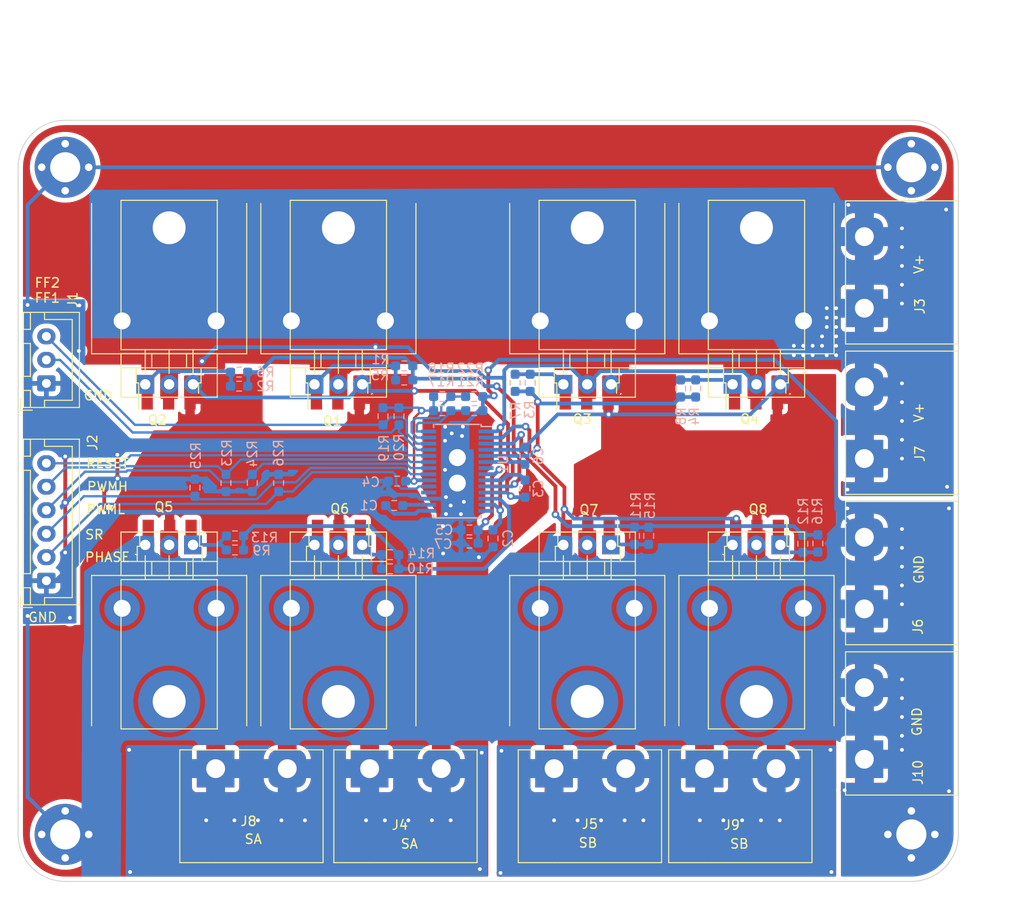
<source format=kicad_pcb>
(kicad_pcb (version 20201220) (generator pcbnew)
  (layers (0 "F.Cu" signal) (31 "B.Cu" signal) (34 "B.Paste" user) (35 "F.Paste" user) (36 "B.SilkS" user "B.Silkscreen") (37 "F.SilkS" user "F.Silkscreen") (38 "B.Mask" user) (39 "F.Mask" user) (44 "Edge.Cuts" user))
  (net 0 "")
  (net 1 "Net-(C1-Pad2)")
  (net 2 "Net-(C1-Pad1)")
  (net 3 "GND")
  (net 4 "/VDRAIN")
  (net 5 "Net-(C3-Pad2)")
  (net 6 "/SA")
  (net 7 "/V5")
  (net 8 "Net-(C5-Pad1)")
  (net 9 "/SB")
  (net 10 "/FF2")
  (net 11 "/FF1")
  (net 12 "/RESET")
  (net 13 "/PWMH")
  (net 14 "/PWML")
  (net 15 "/SR")
  (net 16 "/PHASE")
  (net 17 "Net-(C6-Pad1)")
  (net 18 "Net-(Q1-Pad1)")
  (net 19 "Net-(Q2-Pad1)")
  (net 20 "Net-(Q3-Pad1)")
  (net 21 "Net-(Q4-Pad1)")
  (net 22 "Net-(Q5-Pad1)")
  (net 23 "Net-(Q6-Pad1)")
  (net 24 "Net-(Q7-Pad1)")
  (net 25 "Net-(Q8-Pad1)")
  (net 26 "/GHA")
  (net 27 "/GHB")
  (net 28 "/GLA")
  (net 29 "/GLB")
  (net 30 "Net-(R17-Pad1)")
  (net 31 "Net-(R18-Pad1)")
  (footprint "components:Terminal-Block-7.62mm-20A-300V" (layer "F.Cu") (at 110 53.5 90)
    (fp_text reference "J3")
    (fp_text value "Screw_Terminal_01x02")
  )
  (footprint "components:TO-252-3_Heatsink-TO220-Compat" (layer "F.Cu") (at 98.52525 61.600015 -90)
    (fp_text reference "Q4")
    (fp_text value "TK100E06N1")
  )
  (footprint "Connector_JST:JST_XH_B6B-XH-A_1x06_P2.50mm_Vertical" (layer "F.Cu") (at 23 82.5 90)
    (fp_text reference "J2")
    (fp_text value "Conn_01x06_Male")
  )
  (footprint "components:TO-252-3_Heatsink-TO220-Compat" (layer "F.Cu") (at 80.52525 78.69025 90)
    (fp_text reference "Q7")
    (fp_text value "TK100E06N1")
  )
  (footprint "components:MountingHole_3.2mm_M3" (layer "F.Cu") (at 115 38.5)
    (fp_text reference "H4")
    (fp_text value "MountingHole_Pad")
  )
  (footprint "components:TO-252-3_Heatsink-TO220-Compat" (layer "F.Cu") (at 36.05625 61.600015 -90)
    (fp_text reference "Q2")
    (fp_text value "TK100E06N1")
  )
  (footprint "components:Terminal-Block-7.62mm-20A-300V" (layer "F.Cu") (at 93 102.5)
    (fp_text reference "J9")
    (fp_text value "Screw_Terminal_01x02")
  )
  (footprint "components:TO-252-3_Heatsink-TO220-Compat" (layer "F.Cu") (at 98.52525 78.69025 90)
    (fp_text reference "Q8")
    (fp_text value "TK100E06N1")
  )
  (footprint "components:MountingHole_3.2mm_M3" (layer "F.Cu") (at 25 38.5)
    (fp_text reference "H1")
    (fp_text value "MountingHole_Pad")
  )
  (footprint "components:Terminal-Block-7.62mm-20A-300V" (layer "F.Cu") (at 110 85.5 90)
    (fp_text reference "J6")
    (fp_text value "Screw_Terminal_01x02")
  )
  (footprint "components:TO-252-3_Heatsink-TO220-Compat" (layer "F.Cu") (at 54.05625 61.600015 -90)
    (fp_text reference "Q1")
    (fp_text value "TK100E06N1")
  )
  (footprint "components:Terminal-Block-7.62mm-20A-300V" (layer "F.Cu") (at 77 102.5)
    (fp_text reference "J5")
    (fp_text value "Screw_Terminal_01x02")
  )
  (footprint "Connector_JST:JST_XH_B3B-XH-A_1x03_P2.50mm_Vertical" (layer "F.Cu") (at 23 61.5 90)
    (fp_text reference "J1")
    (fp_text value "Conn_01x03_Male")
  )
  (footprint "components:TO-252-3_Heatsink-TO220-Compat" (layer "F.Cu") (at 36.05625 78.69025 90)
    (fp_text reference "Q5")
    (fp_text value "TK100E06N1")
  )
  (footprint "components:MountingHole_3.2mm_M3" (layer "F.Cu") (at 115 109.5)
    (fp_text reference "H3")
    (fp_text value "MountingHole_Pad")
  )
  (footprint "components:Terminal-Block-7.62mm-20A-300V" (layer "F.Cu") (at 110 69.5 90)
    (fp_text reference "J7")
    (fp_text value "Screw_Terminal_01x02")
  )
  (footprint "components:TO-252-3_Heatsink-TO220-Compat" (layer "F.Cu") (at 80.52525 61.600015 -90)
    (fp_text reference "Q3")
    (fp_text value "TK100E06N1")
  )
  (footprint "components:MountingHole_3.2mm_M3" (layer "F.Cu") (at 25 109.5)
    (fp_text reference "H2")
    (fp_text value "MountingHole_Pad")
  )
  (footprint "components:Terminal-Block-7.62mm-20A-300V" (layer "F.Cu") (at 57.38 102.5)
    (fp_text reference "J4")
    (fp_text value "Screw_Terminal_01x02")
  )
  (footprint "components:Terminal-Block-7.62mm-20A-300V" (layer "F.Cu") (at 41 102.5)
    (fp_text reference "J8")
    (fp_text value "Screw_Terminal_01x02")
  )
  (footprint "components:Terminal-Block-7.62mm-20A-300V" (layer "F.Cu") (at 110 101.5 90)
    (fp_text reference "J10")
    (fp_text value "Screw_Terminal_01x02")
  )
  (footprint "components:TO-252-3_Heatsink-TO220-Compat" (layer "F.Cu") (at 54.05625 78.69025 90)
    (fp_text reference "Q6")
    (fp_text value "TK100E06N1")
  )
  (footprint "Resistor_SMD:R_0603_1608Metric_Pad0.98x0.95mm_HandSolder" (layer "B.Cu") (at 59.55625 79.73125 180)
    (fp_text reference "R14")
    (fp_text value "R")
  )
  (footprint "Resistor_SMD:R_0603_1608Metric_Pad0.98x0.95mm_HandSolder" (layer "B.Cu") (at 72.85625 61.441015 90)
    (fp_text reference "R7")
    (fp_text value "R")
  )
  (footprint "Resistor_SMD:R_0603_1608Metric_Pad0.98x0.95mm_HandSolder" (layer "B.Cu") (at 58.8 65 90)
    (fp_text reference "R19")
    (fp_text value "10k")
  )
  (footprint "components:TSSOP-28-1EP_4.4x9.7mm-pin-width6.1_P0.65mm" (layer "B.Cu") (at 66.709239 70.840614 180)
    (fp_text reference "U1")
    (fp_text value "A3921")
  )
  (footprint "Resistor_SMD:R_0603_1608Metric_Pad0.98x0.95mm_HandSolder" (layer "B.Cu") (at 70.5 78 -90)
    (fp_text reference "C2")
    (fp_text value "1u/50V")
  )
  (footprint "Resistor_SMD:R_0603_1608Metric_Pad0.98x0.95mm_HandSolder" (layer "B.Cu") (at 103.45625 78.56875 -90)
    (fp_text reference "R12")
    (fp_text value "R")
  )
  (footprint "Resistor_SMD:R_0603_1608Metric_Pad0.98x0.95mm_HandSolder" (layer "B.Cu") (at 105.05625 78.53125 -90)
    (fp_text reference "R16")
    (fp_text value "R")
  )
  (footprint "Resistor_SMD:R_0603_1608Metric_Pad0.98x0.95mm_HandSolder" (layer "B.Cu") (at 73.9 69.2 90)
    (fp_text reference "C6")
    (fp_text value "1u/50V")
  )
  (footprint "Resistor_SMD:R_0603_1608Metric_Pad0.98x0.95mm_HandSolder" (layer "B.Cu") (at 60 74.5)
    (fp_text reference "C1")
    (fp_text value "1u/50V")
  )
  (footprint "Resistor_SMD:R_0603_1608Metric_Pad0.98x0.95mm_HandSolder" (layer "B.Cu") (at 61.05625 59.641015 180)
    (fp_text reference "R1")
    (fp_text value "R")
  )
  (footprint "Resistor_SMD:R_0603_1608Metric_Pad0.98x0.95mm_HandSolder" (layer "B.Cu") (at 92.05625 62.041015 90)
    (fp_text reference "R4")
    (fp_text value "R")
  )
  (footprint "Resistor_SMD:R_0603_1608Metric_Pad0.98x0.95mm_HandSolder" (layer "B.Cu") (at 60.5 65 90)
    (fp_text reference "R20")
    (fp_text value "10k")
  )
  (footprint "Resistor_SMD:R_0603_1608Metric_Pad0.98x0.95mm_HandSolder" (layer "B.Cu") (at 47.7 72.1 -90)
    (fp_text reference "R26")
    (fp_text value "100k")
  )
  (footprint "Resistor_SMD:R_0603_1608Metric_Pad0.98x0.95mm_HandSolder" (layer "B.Cu") (at 44.9 72.1 90)
    (fp_text reference "R24")
    (fp_text value "100k")
  )
  (footprint "Resistor_SMD:R_0603_1608Metric_Pad0.98x0.95mm_HandSolder" (layer "B.Cu") (at 59.55625 81.23125 180)
    (fp_text reference "R10")
    (fp_text value "R")
  )
  (footprint "Resistor_SMD:R_0603_1608Metric_Pad0.98x0.95mm_HandSolder" (layer "B.Cu") (at 68.5 62.9 180)
    (fp_text reference "R22")
    (fp_text value "R")
  )
  (footprint "Resistor_SMD:R_0603_1608Metric_Pad0.98x0.95mm_HandSolder" (layer "B.Cu") (at 90.45625 62.041015 90)
    (fp_text reference "R8")
    (fp_text value "R")
  )
  (footprint "Resistor_SMD:R_0603_1608Metric_Pad0.98x0.95mm_HandSolder" (layer "B.Cu") (at 74.45625 61.441015 90)
    (fp_text reference "R3")
    (fp_text value "R")
  )
  (footprint "Resistor_SMD:R_0603_1608Metric_Pad0.98x0.95mm_HandSolder" (layer "B.Cu") (at 61.05625 61.141015 180)
    (fp_text reference "R5")
    (fp_text value "R")
  )
  (footprint "Resistor_SMD:R_0603_1608Metric_Pad0.98x0.95mm_HandSolder" (layer "B.Cu") (at 43.5 61.8 180)
    (fp_text reference "R2")
    (fp_text value "R")
  )
  (footprint "Resistor_SMD:R_0603_1608Metric_Pad0.98x0.95mm_HandSolder" (layer "B.Cu") (at 87.05625 77.73125 -90)
    (fp_text reference "R15")
    (fp_text value "R")
  )
  (footprint "Resistor_SMD:R_0603_1608Metric_Pad0.98x0.95mm_HandSolder" (layer "B.Cu") (at 68 77.1 180)
    (fp_text reference "C5")
    (fp_text value "1u/50V")
  )
  (footprint "Resistor_SMD:R_0603_1608Metric_Pad0.98x0.95mm_HandSolder" (layer "B.Cu") (at 68 78.5 180)
    (fp_text reference "C7")
    (fp_text value "1u/50V")
  )
  (footprint "Resistor_SMD:R_0603_1608Metric_Pad0.98x0.95mm_HandSolder" (layer "B.Cu") (at 43.05625 79.23125 180)
    (fp_text reference "R9")
    (fp_text value "R")
  )
  (footprint "Resistor_SMD:R_0603_1608Metric_Pad0.98x0.95mm_HandSolder" (layer "B.Cu") (at 60.3 71.9 180)
    (fp_text reference "C4")
    (fp_text value "1u/50V")
  )
  (footprint "Resistor_SMD:R_0603_1608Metric_Pad0.98x0.95mm_HandSolder" (layer "B.Cu") (at 43.5 60.3 180)
    (fp_text reference "R6")
    (fp_text value "R")
  )
  (footprint "Resistor_SMD:R_0603_1608Metric_Pad0.98x0.95mm_HandSolder" (layer "B.Cu") (at 65.1 62.9 180)
    (fp_text reference "R18")
    (fp_text value "R")
  )
  (footprint "Resistor_SMD:R_0603_1608Metric_Pad0.98x0.95mm_HandSolder" (layer "B.Cu") (at 42.1 72.1 90)
    (fp_text reference "R23")
    (fp_text value "100k")
  )
  (footprint "Resistor_SMD:R_0603_1608Metric_Pad0.98x0.95mm_HandSolder" (layer "B.Cu") (at 85.55625 77.73125 -90)
    (fp_text reference "R11")
    (fp_text value "R")
  )
  (footprint "Resistor_SMD:R_0603_1608Metric_Pad0.98x0.95mm_HandSolder" (layer "B.Cu") (at 43.05625 77.73125 180)
    (fp_text reference "R13")
    (fp_text value "R")
  )
  (footprint "Resistor_SMD:R_0603_1608Metric_Pad0.98x0.95mm_HandSolder" (layer "B.Cu") (at 73.9 72.7 90)
    (fp_text reference "C3")
    (fp_text value "1u/50V")
  )
  (footprint "Resistor_SMD:R_0603_1608Metric_Pad0.98x0.95mm_HandSolder" (layer "B.Cu") (at 68.5125 64.4 180)
    (fp_text reference "R21")
    (fp_text value "R")
  )
  (footprint "Resistor_SMD:R_0603_1608Metric_Pad0.98x0.95mm_HandSolder" (layer "B.Cu") (at 38.8 72.6 -90)
    (fp_text reference "R25")
    (fp_text value "100k")
  )
  (footprint "Resistor_SMD:R_0603_1608Metric_Pad0.98x0.95mm_HandSolder" (layer "B.Cu") (at 65.1 64.4 180)
    (fp_text reference "R17")
    (fp_text value "R")
  )
  (gr_line (start 120 38.5) (end 120 109.5) (layer "Edge.Cuts") (width 0.1))
  (gr_arc (start 25 38.5) (end 25 33.5) (angle -90) (layer "Edge.Cuts") (width 0.1))
  (gr_arc (start 115 38.5) (end 120 38.5) (angle -90) (layer "Edge.Cuts") (width 0.1))
  (gr_line (start 20 109.5) (end 20 38.5) (layer "Edge.Cuts") (width 0.1))
  (gr_line (start 25 33.5) (end 115 33.5) (layer "Edge.Cuts") (width 0.1))
  (gr_line (start 115 114.5) (end 25 114.5) (layer "Edge.Cuts") (width 0.1))
  (gr_arc (start 115 109.5) (end 115 114.5) (angle -90) (layer "Edge.Cuts") (width 0.1))
  (gr_arc (start 25 109.5) (end 20 109.5) (angle -90) (layer "Edge.Cuts") (width 0.1))
  (gr_text "GND" (at 28.5 62.8) (layer "F.SilkS") (effects (font (size 1 1))))
  (gr_text "RESET" (at 29.5 70) (layer "F.SilkS") (effects (font (size 1 1))))
  (gr_text "GND" (at 22.6 86.4) (layer "F.SilkS") (effects (font (size 1 1))))
  (gr_text "GND" (at 115.8 81.3 90) (layer "F.SilkS") (effects (font (size 1 1))))
  (gr_text "SA" (at 45 110) (layer "F.SilkS") (effects (font (size 1 1))))
  (gr_text "SA" (at 61.6 110.5) (layer "F.SilkS") (effects (font (size 1 1))))
  (gr_text "V+" (at 115.8 64.6 90) (layer "F.SilkS") (effects (font (size 1 1))))
  (gr_text "PHASE" (at 29.5 80) (layer "F.SilkS") (effects (font (size 1 1))))
  (gr_text "SR" (at 28.1 77.6) (layer "F.SilkS") (effects (font (size 1 1))))
  (gr_text "SB" (at 80.6 110.4) (layer "F.SilkS") (effects (font (size 1 1))))
  (gr_text "FF2\nFF1" (at 23.1 51.6) (layer "F.SilkS") (effects (font (size 1 1))))
  (gr_text "SB" (at 96.7 110.5) (layer "F.SilkS") (effects (font (size 1 1))))
  (gr_text "PWML" (at 29.3 74.9) (layer "F.SilkS") (effects (font (size 1 1))))
  (gr_text "PWMH" (at 29.5 72.5) (layer "F.SilkS") (effects (font (size 1 1))))
  (gr_text "GND" (at 115.6 97.5 90) (layer "F.SilkS") (effects (font (size 1 1))))
  (gr_text "V+" (at 115.8 48.8 90) (layer "F.SilkS") (effects (font (size 1 1))))
  (segment (start 60.9125 74.5) (end 60.996886 74.415614) (width 0.4) (layer "B.Cu") (net 1))
  (segment (start 60.996886 74.415614) (end 63.659239 74.415614) (width 0.4) (layer "B.Cu") (net 1))
  (segment (start 59.0875 74.5) (end 59.96251 75.37501) (width 0.4) (layer "B.Cu") (net 2))
  (segment (start 59.96251 75.37501) (end 62.256218 75.37501) (width 0.4) (layer "B.Cu") (net 2))
  (segment (start 63.659239 75.065614) (end 62.565614 75.065614) (width 0.4) (layer "B.Cu") (net 2))
  (segment (start 62.256218 75.37501) (end 62.565614 75.065614) (width 0.4) (layer "B.Cu") (net 2))
  (segment (start 95.98525 76.285242) (end 96.380273 75.890219) (width 0.4) (layer "F.Cu") (net 3))
  (segment (start 30.55 69.1) (end 30.55 71.615324) (width 0.4) (layer "F.Cu") (net 3))
  (segment (start 77.98525 78.69025) (end 77.98525 75.01475) (width 0.4) (layer "F.Cu") (net 3))
  (segment (start 29.15 73.03474) (end 30.559708 71.625032) (width 0.4) (layer "F.Cu") (net 3))
  (segment (start 73.972232 66.087777) (end 74.372231 66.487776) (width 0.4) (layer "F.Cu") (net 3))
  (segment (start 25 74.2) (end 25 79.5) (width 0.4) (layer "F.Cu") (net 3))
  (segment (start 29.15 75.25) (end 29.15 73.03474) (width 0.4) (layer "F.Cu") (net 3))
  (segment (start 77.98525 75.01475) (end 78.1 74.9) (width 0.4) (layer "F.Cu") (net 3))
  (segment (start 78.1 72.554371) (end 78.1 74.9) (width 0.4) (layer "F.Cu") (net 3))
  (segment (start 70.6 62.8) (end 70 62.2) (width 0.4) (layer "F.Cu") (net 3))
  (segment (start 30.55 71.615324) (end 30.559708 71.625032) (width 0.4) (layer "F.Cu") (net 3))
  (segment (start 25 69.27499) (end 25 74.2) (width 0.4) (layer "F.Cu") (net 3))
  (segment (start 95.98525 78.69025) (end 95.98525 76.285242) (width 0.4) (layer "F.Cu") (net 3))
  (segment (start 74.372231 66.487776) (end 74.372231 68.826602) (width 0.4) (layer "F.Cu") (net 3))
  (segment (start 70 62.2) (end 70 60.1) (width 0.4) (layer "F.Cu") (net 3))
  (segment (start 74.372231 68.826602) (end 78.1 72.554371) (width 0.4) (layer "F.Cu") (net 3))
  (via (at 25.5 86.45) (size 0.8) (drill 0.4) (layers "F.Cu" "B.Cu") (net 3))
  (via (at 65.4 67.6) (size 0.8) (drill 0.4) (layers "F.Cu" "B.Cu") (net 3))
  (via (at 114 83) (size 0.8) (drill 0.4) (layers "F.Cu" "B.Cu") (net 3))
  (via (at 65.413793 66.118447) (size 0.8) (drill 0.4) (layers "F.Cu" "B.Cu") (net 3))
  (via (at 65.2 79.6) (size 0.8) (drill 0.4) (layers "F.Cu" "B.Cu") (net 3))
  (via (at 70.6 62.8) (size 0.8) (drill 0.4) (layers "F.Cu" "B.Cu") (net 3))
  (via (at 66 74.5) (size 0.8) (drill 0.4) (layers "F.Cu" "B.Cu") (net 3))
  (via (at 108.2 74.8) (size 0.8) (drill 0.4) (layers "F.Cu" "B.Cu") (net 3))
  (via (at 119 104.9) (size 0.8) (drill 0.4) (layers "F.Cu" "B.Cu") (net 3))
  (via (at 114 97) (size 0.8) (drill 0.4) (layers "F.Cu" "B.Cu") (net 3))
  (via (at 114 95) (size 0.8) (drill 0.4) (layers "F.Cu" "B.Cu") (net 3))
  (via (at 114 81) (size 0.8) (drill 0.4) (layers "F.Cu" "B.Cu") (net 3))
  (via (at 25 74.2) (size 0.8) (drill 0.4) (layers "F.Cu" "B.Cu") (net 3))
  (via (at 67.2 67.1) (size 0.8) (drill 0.4) (layers "F.Cu" "B.Cu") (net 3))
  (via (at 114 77) (size 0.8) (drill 0.4) (layers "F.Cu" "B.Cu") (net 3))
  (via (at 78.1 74.9) (size 0.8) (drill 0.4) (layers "F.Cu" "B.Cu") (net 3))
  (via (at 21 53.15) (size 0.8) (drill 0.4) (layers "F.Cu" "B.Cu") (net 3))
  (via (at 67.4 74.1) (size 0.8) (drill 0.4) (layers "F.Cu" "B.Cu") (net 3))
  (via (at 114 79) (size 0.8) (drill 0.4) (layers "F.Cu" "B.Cu") (net 3))
  (via (at 114 100.5) (size 0.8) (drill 0.4) (layers "F.Cu" "B.Cu") (net 3))
  (via (at 65.2 76.7) (size 0.8) (drill 0.4) (layers "F.Cu" "B.Cu") (net 3))
  (via (at 114 85) (size 0.8) (drill 0.4) (layers "F.Cu" "B.Cu") (net 3))
  (via (at 26.5 53.2) (size 0.8) (drill 0.4) (layers "F.Cu" "B.Cu") (net 3))
  (via (at 30.559708 71.625032) (size 0.8) (drill 0.4) (layers "F.Cu" "B.Cu") (net 3))
  (via (at 69 80) (size 0.8) (drill 0.4) (layers "F.Cu" "B.Cu") (net 3))
  (via (at 29.15 75.25) (size 0.8) (drill 0.4) (layers "F.Cu" "B.Cu") (net 3))
  (via (at 65.5 75.4) (size 0.8) (drill 0.4) (layers "F.Cu" "B.Cu") (net 3))
  (via (at 107.9 104.8) (size 0.8) (drill 0.4) (layers "F.Cu" "B.Cu") (net 3))
  (via (at 30.55 69.1) (size 0.8) (drill 0.4) (layers "F.Cu" "B.Cu") (net 3))
  (via (at 65.5 73.6) (size 0.8) (drill 0.4) (layers "F.Cu" "B.Cu") (net 3))
  (via (at 25 79.5) (size 0.8) (drill 0.4) (layers "F.Cu" "B.Cu") (net 3))
  (via (at 114 99) (size 0.8) (drill 0.4) (layers "F.Cu" "B.Cu") (net 3))
  (via (at 65.4 70.7) (size 0.8) (drill 0.4) (layers "F.Cu" "B.Cu") (net 3))
  (via (at 114 93) (size 0.8) (drill 0.4) (layers "F.Cu" "B.Cu") (net 3))
  (via (at 67.0875 75.4125) (size 0.8) (drill 0.4) (layers "F.Cu" "B.Cu") (net 3))
  (via (at 25 69.27499) (size 0.8) (drill 0.4) (layers "F.Cu" "B.Cu") (net 3))
  (via (at 26.45 58.05) (size 0.8) (drill 0.4) (layers "F.Cu" "B.Cu") (net 3))
  (via (at 67.3 66.1) (size 0.8) (drill 0.4) (layers "F.Cu" "B.Cu") (net 3))
  (via (at 66.109239 66.821739) (size 0.8) (drill 0.4) (layers "F.Cu" "B.Cu") (net 3))
  (via (at 73.972232 66.087777) (size 0.8) (drill 0.4) (layers "F.Cu" "B.Cu") (net 3))
  (via (at 96.380273 75.890219) (size 0.8) (drill 0.4) (layers "F.Cu" "B.Cu") (net 3))
  (via (at 119 74.8) (size 0.8) (drill 0.4) (layers "F.Cu" "B.Cu") (net 3))
  (via (at 21 86.25) (size 0.8) (drill 0.4) (layers "F.Cu" "B.Cu") (net 3))
  (via (at 70 60.1) (size 0.8) (drill 0.4) (layers "F.Cu" "B.Cu") (net 3))
  (segment (start 69 80) (end 69.4125 80) (width 0.4) (layer "B.Cu") (net 3))
  (segment (start 36.9 80.3) (end 35.126 80.3) (width 0.4) (layer "B.Cu") (net 3))
  (segment (start 66.109239 66.821739) (end 65.413793 66.126293) (width 0.25) (layer "B.Cu") (net 3))
  (segment (start 26.1 69.2) (end 25.07499 69.2) (width 0.4) (layer "B.Cu") (net 3))
  (segment (start 29.15 75.35) (end 29.15 75.25) (width 0.25) (layer "B.Cu") (net 3))
  (segment (start 69.425 62.9125) (end 69.4125 62.9) (width 0.4) (layer "B.Cu") (net 3))
  (segment (start 21 105.5) (end 25 109.5) (width 0.4) (layer "B.Cu") (net 3))
  (segment (start 69 64.4) (end 67.3 66.1) (width 0.4) (layer "B.Cu") (net 3))
  (segment (start 100.500001 59.000001) (end 71.099999 59.000001) (width 0.4) (layer "B.Cu") (net 3))
  (segment (start 67.3 66.1) (end 67.3 67) (width 0.4) (layer "B.Cu") (net 3))
  (segment (start 30.622176 71.6875) (end 30.559708 71.625032) (width 0.4) (layer "B.Cu") (net 3))
  (segment (start 62.318772 73.35) (end 60.15 73.35) (width 0.4) (layer "B.Cu") (net 3))
  (segment (start 23 61.5) (end 23 67.27499) (width 0.4) (layer "B.Cu") (net 3))
  (segment (start 69.425 64.4) (end 69.425 62.9125) (width 0.4) (layer "B.Cu") (net 3))
  (segment (start 65.5 73.6) (end 66.709239 72.110614) (width 0.4) (layer "B.Cu") (net 3))
  (segment (start 67.0875 78.5) (end 67.0875 77.1) (width 0.4) (layer "B.Cu") (net 3))
  (segment (start 110 77.88) (end 107 74.88) (width 0.4) (layer "B.Cu") (net 3))
  (segment (start 67.0875 73.376103) (end 67.309239 73.154364) (width 0.4) (layer "B.Cu") (net 3))
  (segment (start 71.099999 59.000001) (end 70 60.1) (width 0.4) (layer "B.Cu") (net 3))
  (segment (start 21 53.15) (end 21 77.5) (width 0.4) (layer "B.Cu") (net 3))
  (segment (start 21 42.5) (end 21 53.15) (width 0.4) (layer "B.Cu") (net 3))
  (segment (start 59.3875 72.5875) (end 59.3875 71.9) (width 0.4) (layer "B.Cu") (net 3))
  (segment (start 54.93226 82.10626) (end 51.51625 78.69025) (width 0.4) (layer "B.Cu") (net 3))
  (segment (start 107 65.5) (end 100.500001 59.000001) (width 0.4) (layer "B.Cu") (net 3))
  (segment (start 35.126 80.3) (end 33.51625 78.69025) (width 0.4) (layer "B.Cu") (net 3))
  (segment (start 30.45 69.2) (end 30.55 69.1) (width 0.4) (layer "B.Cu") (net 3))
  (segment (start 60.15 73.35) (end 59.5 72.7) (width 0.4) (layer "B.Cu") (net 3))
  (segment (start 71.518585 67.265614) (end 72.696422 66.087777) (width 0.4) (layer "B.Cu") (net 3))
  (segment (start 51.51625 78.69025) (end 49.9065 80.3) (width 0.4) (layer "B.Cu") (net 3))
  (segment (start 44.9 73.0125) (end 46.725 71.1875) (width 0.4) (layer "B.Cu") (net 3))
  (segment (start 63.659239 73.765614) (end 65.054239 73.765614) (width 0.4) (layer "B.Cu") (net 3))
  (segment (start 66.109239 68.526864) (end 67.2 67.1) (width 0.4) (layer "B.Cu") (net 3))
  (segment (start 66.109239 66.821739) (end 66.109239 68.526864) (width 0.25) (layer "B.Cu") (net 3))
  (segment (start 39.3625 71.6875) (end 38.8 71.6875) (width 0.4) (layer "B.Cu") (net 3))
  (segment (start 96.380273 75.890219) (end 79.090219 75.890219) (width 0.4) (layer "B.Cu") (net 3))
  (segment (start 25.07499 69.2) (end 25 69.27499) (width 0.4) (layer "B.Cu") (net 3))
  (segment (start 69.4125 62.9) (end 70.5 62.9) (width 0.4) (layer "B.Cu") (net 3))
  (segment (start 42.1 73.0125) (end 40.6875 73.0125) (width 0.4) (layer "B.Cu") (net 3))
  (segment (start 31.05 68.6) (end 30.55 69.1) (width 0.4) (layer "B.Cu") (net 3))
  (segment (start 67.0875 77.1) (end 67.0875 75.4125) (width 0.4) (layer "B.Cu") (net 3))
  (segment (start 72.696422 66.087777) (end 73.972232 66.087777) (width 0.4) (layer "B.Cu") (net 3))
  (segment (start 115 38.5) (end 25 38.5) (width 0.4) (layer "B.Cu") (net 3))
  (segment (start 21 86.25) (end 21 105.5) (width 0.4) (layer "B.Cu") (net 3))
  (segment (start 77.98525 78.69025) (end 74.56924 82.10626) (width 0.4) (layer "B.Cu") (net 3))
  (segment (start 25 79.5) (end 29.15 75.35) (width 0.25) (layer "B.Cu") (net 3))
  (segment (start 62.734386 73.765614) (end 62.318772 73.35) (width 0.4) (layer "B.Cu") (net 3))
  (segment (start 67.3 67) (end 67.2 67.1) (width 0.4) (layer "B.Cu") (net 3))
  (segment (start 67.0875 75.4125) (end 67.4 74.1) (width 0.4) (layer "B.Cu") (net 3))
  (segment (start 27.574968 71.625032) (end 25 74.2) (width 0.4) (layer "B.Cu") (net 3))
  (segment (start 65.054239 73.765614) (end 65.5 73.6) (width 0.4) (layer "B.Cu") (net 3))
  (segment (start 67.4 74.1) (end 67.0875 73.376103) (width 0.4) (layer "B.Cu") (net 3))
  (segment (start 63.659239 73.765614) (end 62.734386 73.765614) (width 0.4) (layer "B.Cu") (net 3))
  (segment (start 69.4125 80) (end 70.5 78.9125) (width 0.4) (layer "B.Cu") (net 3))
  (segment (start 23.975 82.5) (end 25 81.475) (width 0.4) (layer "B.Cu") (net 3))
  (segment (start 42.1 73.0125) (end 44.9 73.0125) (width 0.4) (layer "B.Cu") (net 3))
  (segment (start 26.1 69.2) (end 30.45 69.2) (width 0.4) (layer "B.Cu") (net 3))
  (segment (start 59.3875 71.9) (end 56.0375 75.25) (width 0.4) (layer "B.Cu") (net 3))
  (segment (start 40.6875 73.0125) (end 39.3625 71.6875) (width 0.4) (layer "B.Cu") (net 3))
  (segment (start 67.0875 78.5) (end 67.5 78.5) (width 0.4) (layer "B.Cu") (net 3))
  (segment (start 38.8 71.6875) (end 30.622176 71.6875) (width 0.4) (layer "B.Cu") (net 3))
  (segment (start 61.2 68.6) (end 31.05 68.6) (width 0.4) (layer "B.Cu") (net 3))
  (segment (start 46.725 71.1875) (end 47.7 71.1875) (width 0.4) (layer "B.Cu") (net 3))
  (segment (start 79.090219 75.890219) (end 78.1 74.9) (width 0.4) (layer "B.Cu") (net 3))
  (segment (start 65.413793 66.126293) (end 65.413793 66.118447) (width 0.25) (layer "B.Cu") (net 3))
  (segment (start 25 81.475) (end 25 79.5) (width 0.4) (layer "B.Cu") (net 3))
  (segment (start 56.0375 75.25) (end 29.15 75.25) (width 0.4) (layer "B.Cu") (net 3))
  (segment (start 70.5 62.9) (end 70.6 62.8) (width 0.4) (layer "B.Cu") (net 3))
  (segment (start 69.759239 67.265614) (end 71.518585 67.265614) (width 0.4) (layer "B.Cu") (net 3))
  (segment (start 25 38.5) (end 21 42.5) (width 0.4) (layer "B.Cu") (net 3))
  (segment (start 69.425 64.4) (end 69 64.4) (width 0.4) (layer "B.Cu") (net 3))
  (segment (start 23 67.27499) (end 25 69.27499) (width 0.4) (layer "B.Cu") (net 3))
  (segment (start 23 82.5) (end 23.975 82.5) (width 0.4) (layer "B.Cu") (net 3))
  (segment (start 30.559708 71.625032) (end 27.574968 71.625032) (width 0.4) (layer "B.Cu") (net 3))
  (segment (start 67.5 78.5) (end 69 80) (width 0.4) (layer "B.Cu") (net 3))
  (segment (start 74.56924 82.10626) (end 54.93226 82.10626) (width 0.4) (layer "B.Cu") (net 3))
  (segment (start 21 77.5) (end 21 86.25) (width 0.4) (layer "B.Cu") (net 3))
  (segment (start 107 74.88) (end 107 65.5) (width 0.4) (layer "B.Cu") (net 3))
  (segment (start 59.5 72.7) (end 59.3875 72.5875) (width 0.4) (layer "B.Cu") (net 3))
  (segment (start 49.9065 80.3) (end 36.9 80.3) (width 0.4) (layer "B.Cu") (net 3))
  (segment (start 39.55625 59.141015) (end 38.25725 59.141015) (width 0.4) (layer "F.Cu") (net 4))
  (segment (start 72 70.9) (end 72 70.2) (width 0.4) (layer "F.Cu") (net 4))
  (segment (start 72 71) (end 72 70.9) (width 0.4) (layer "F.Cu") (net 4))
  (segment (start 71.6 69.8) (end 71.3 69.5) (width 0.4) (layer "F.Cu") (net 4))
  (segment (start 71.55 71.45) (end 72 71) (width 0.4) (layer "F.Cu") (net 4))
  (segment (start 71.3 69.5) (end 71.3 66.2) (width 0.4) (layer "F.Cu") (net 4))
  (segment (start 71.266404 71.733596) (end 71.55 71.45) (width 0.4) (layer "F.Cu") (net 4))
  (segment (start 72 70.2) (end 71.6 69.8) (width 0.4) (layer "F.Cu") (net 4))
  (segment (start 71.266404 72.433596) (end 71.266404 71.733596) (width 0.4) (layer "F.Cu") (net 4))
  (segment (start 54.75725 57.641015) (end 58 57.641015) (width 0.4) (layer "F.Cu") (net 4))
  (segment (start 54.00025 56.884015) (end 54.75725 57.641015) (width 0.4) (layer "F.Cu") (net 4))
  (segment (start 71.266404 75.003151) (end 71.266404 72.433596) (width 0.4) (layer "F.Cu") (net 4))
  (segment (start 38.25725 59.141015) (end 36.00025 56.884015) (width 0.4) (layer "F.Cu") (net 4))
  (via (at 118.7 43) (size 0.8) (drill 0.4) (layers "F.Cu" "B.Cu") (net 4))
  (via (at 107 55.5) (size 0.8) (drill 0.4) (layers "F.Cu" "B.Cu") (net 4))
  (via (at 114 51) (size 0.8) (drill 0.4) (layers "F.Cu" "B.Cu") (net 4))
  (via (at 106 58.5) (size 0.8) (drill 0.4) (layers "F.Cu" "B.Cu") (net 4))
  (via (at 71.266404 75.003151) (size 0.8) (drill 0.4) (layers "F.Cu" "B.Cu") (net 4))
  (via (at 114 69.5) (size 0.8) (drill 0.4) (layers "F.Cu" "B.Cu") (net 4))
  (via (at 106 55.5) (size 0.8) (drill 0.4) (layers "F.Cu" "B.Cu") (net 4))
  (via (at 71.3 66.2) (size 0.8) (drill 0.4) (layers "F.Cu" "B.Cu") (net 4))
  (via (at 106 54.5) (size 0.8) (drill 0.4) (layers "F.Cu" "B.Cu") (net 4))
  (via (at 114 45) (size 0.8) (drill 0.4) (layers "F.Cu" "B.Cu") (net 4))
  (via (at 114 49) (size 0.8) (drill 0.4) (layers "F.Cu" "B.Cu") (net 4))
  (via (at 102.5 57.5) (size 0.8) (drill 0.4) (layers "F.Cu" "B.Cu") (net 4))
  (via (at 103.5 58.5) (size 0.8) (drill 0.4) (layers "F.Cu" "B.Cu") (net 4))
  (via (at 105.5 57.5) (size 0.8) (drill 0.4) (layers "F.Cu" "B.Cu") (net 4))
  (via (at 108.3 42.5) (size 0.8) (drill 0.4) (layers "F.Cu" "B.Cu") (net 4))
  (via (at 114 65.5) (size 0.8) (drill 0.4) (layers "F.Cu" "B.Cu") (net 4))
  (via (at 105.5 56.5) (size 0.8) (drill 0.4) (layers "F.Cu" "B.Cu") (net 4))
  (via (at 104.5 57.5) (size 0.8) (drill 0.4) (layers "F.Cu" "B.Cu") (net 4))
  (via (at 107 56.5) (size 0.8) (drill 0.4) (layers "F.Cu" "B.Cu") (net 4))
  (via (at 114 61.5) (size 0.8) (drill 0.4) (layers "F.Cu" "B.Cu") (net 4))
  (via (at 107 57.5) (size 0.8) (drill 0.4) (layers "F.Cu" "B.Cu") (net 4))
  (via (at 104.5 58.5) (size 0.8) (drill 0.4) (layers "F.Cu" "B.Cu") (net 4))
  (via (at 108.2 72.8) (size 0.8) (drill 0.4) (layers "F.Cu" "B.Cu") (net 4))
  (via (at 107 54.5) (size 0.8) (drill 0.4) (layers "F.Cu" "B.Cu") (net 4))
  (via (at 107 53.5) (size 0.8) (drill 0.4) (layers "F.Cu" "B.Cu") (net 4))
  (via (at 58 57.641015) (size 0.8) (drill 0.4) (layers "F.Cu" "B.Cu") (net 4))
  (via (at 102.5 58.5) (size 0.8) (drill 0.4) (layers "F.Cu" "B.Cu") (net 4))
  (via (at 107 58.5) (size 0.8) (drill 0.4) (layers "F.Cu" "B.Cu") (net 4))
  (via (at 114 53) (size 0.8) (drill 0.4) (layers "F.Cu" "B.Cu") (net 4))
  (via (at 114 67.5) (size 0.8) (drill 0.4) (layers "F.Cu" "B.Cu") (net 4))
  (via (at 106 53.5) (size 0.8) (drill 0.4) (layers "F.Cu" "B.Cu") (net 4))
  (via (at 118.8 72.5) (size 0.8) (drill 0.4) (layers "F.Cu" "B.Cu") (net 4))
  (via (at 114 47) (size 0.8) (drill 0.4) (layers "F.Cu" "B.Cu") (net 4))
  (via (at 114 63.5) (size 0.8) (drill 0.4) (layers "F.Cu" "B.Cu") (net 4))
  (via (at 103.5 57.5) (size 0.8) (drill 0.4) (layers "F.Cu" "B.Cu") (net 4))
  (via (at 39.55625 59.141015) (size 0.8) (drill 0.4) (layers "F.Cu" "B.Cu") (net 4))
  (segment (start 71.700002 61.100002) (end 71.700002 60.899998) (width 0.4) (layer "B.Cu") (net 4))
  (segment (start 72.158999 59.641005) (end 72.258995 59.641005) (width 0.4) (layer "B.Cu") (net 4))
  (segment (start 74.241005 59.641005) (end 72.558995 59.641005) (width 0.4) (layer "B.Cu") (net 4))
  (segment (start 39.55625 59.141015) (end 41.05625 57.641015) (width 0.4) (layer "B.Cu") (net 4))
  (segment (start 71.700002 60.899998) (end 71.700002 60.100002) (width 0.4) (layer "B.Cu") (net 4))
  (segment (start 69.759239 66.615614) (end 70.884386 66.615614) (width 0.4) (layer "B.Cu") (net 4))
  (segment (start 70.5 77.0875) (end 71.266404 76.321096) (width 0.4) (layer "B.Cu") (net 4))
  (segment (start 71.500002 60.900002) (end 69.615998 60.900002) (width 0.4) (layer "B.Cu") (net 4))
  (segment (start 97.12524 60.200005) (end 98.52525 61.600015) (width 0.4) (layer "B.Cu") (net 4))
  (segment (start 78.56624 59.641005) (end 80.52525 61.600015) (width 0.4) (layer "B.Cu") (net 4))
  (segment (start 64.009972 60.192002) (end 68.907998 60.192002) (width 0.4) (layer "B.Cu") (net 4))
  (segment (start 70.884386 66.615614) (end 71.3 66.2) (width 0.4) (layer "B.Cu") (net 4))
  (segment (start 81.92526 60.200005) (end 97.12524 60.200005) (width 0.4) (layer "B.Cu") (net 4))
  (segment (start 71.266404 76.321096) (end 71.266404 75.003151) (width 0.4) (layer "B.Cu") (net 4))
  (segment (start 61.458985 57.641015) (end 64.009972 60.192002) (width 0.4) (layer "B.Cu") (net 4))
  (segment (start 71.700002 65.799998) (end 71.3 66.2) (width 0.4) (layer "B.Cu") (net 4))
  (segment (start 80.52525 61.600015) (end 81.92526 60.200005) (width 0.4) (layer "B.Cu") (net 4))
  (segment (start 41.05625 57.641015) (end 58 57.641015) (width 0.4) (layer "B.Cu") (net 4))
  (segment (start 61.458985 57.641015) (end 58 57.641015) (width 0.4) (layer "B.Cu") (net 4))
  (segment (start 69.759239 74.415614) (end 70.678867 74.415614) (width 0.4) (layer "B.Cu") (net 4))
  (segment (start 70.678867 74.415614) (end 71.266404 75.003151) (width 0.4) (layer "B.Cu") (net 4))
  (segment (start 74.241005 59.641005) (end 78.56624 59.641005) (width 0.4) (layer "B.Cu") (net 4))
  (segment (start 69.615998 60.900002) (end 68.907998 60.192002) (width 0.4) (layer "B.Cu") (net 4))
  (segment (start 71.700002 61.100002) (end 71.500002 60.900002) (width 0.4) (layer "B.Cu") (net 4))
  (segment (start 71.700002 65.799998) (end 71.700002 61.100002) (width 0.4) (layer "B.Cu") (net 4))
  (segment (start 71.700002 60.100002) (end 72.158999 59.641005) (width 0.4) (layer "B.Cu") (net 4))
  (segment (start 72.258995 59.641005) (end 72.558995 59.641005) (width 0.4) (layer "B.Cu") (net 4))
  (segment (start 69.759239 71.815614) (end 71.46839 71.815614) (width 0.4) (layer "B.Cu") (net 5))
  (segment (start 71.46839 71.815614) (end 72.052732 71.231272) (width 0.4) (layer "B.Cu") (net 5))
  (segment (start 72.052732 71.231272) (end 73.343772 71.231272) (width 0.4) (layer "B.Cu") (net 5))
  (segment (start 73.343772 71.231272) (end 73.9 71.7875) (width 0.4) (layer "B.Cu") (net 5))
  (segment (start 68.581925 62.297921) (end 62.125259 62.297921) (width 0.4) (layer "F.Cu") (net 6))
  (segment (start 72.100002 65.815998) (end 68.581925 62.297921) (width 0.4) (layer "F.Cu") (net 6))
  (segment (start 72.000001 71.848541) (end 72.600011 71.248531) (width 0.4) (layer "F.Cu") (net 6))
  (segment (start 72.4 73.5) (end 72.000001 73.100001) (width 0.4) (layer "F.Cu") (net 6))
  (segment (start 72.100002 69.45146) (end 72.100002 65.815998) (width 0.4) (layer "F.Cu") (net 6))
  (segment (start 72.000001 73.100001) (end 72.000001 71.848541) (width 0.4) (layer "F.Cu") (net 6))
  (segment (start 72.600011 71.248531) (end 72.600011 69.951468) (width 0.4) (layer "F.Cu") (net 6))
  (segment (start 72.600011 69.951468) (end 72.100002 69.45146) (width 0.4) (layer "F.Cu") (net 6))
  (via (at 31.8 100.5) (size 0.8) (drill 0.4) (layers "F.Cu" "B.Cu") (net 6))
  (via (at 31.9 113.5) (size 0.8) (drill 0.4) (layers "F.Cu" "B.Cu") (net 6))
  (via (at 57 108) (size 0.8) (drill 0.4) (layers "F.Cu" "B.Cu") (net 6))
  (via (at 45.5 108) (size 0.8) (drill 0.4) (layers "F.Cu" "B.Cu") (net 6))
  (via (at 69.3 100.8) (size 0.8) (drill 0.4) (layers "F.Cu" "B.Cu") (net 6))
  (via (at 48 108) (size 0.8) (drill 0.4) (layers "F.Cu" "B.Cu") (net 6))
  (via (at 40 108) (size 0.8) (drill 0.4) (layers "F.Cu" "B.Cu") (net 6))
  (via (at 43 108) (size 0.8) (drill 0.4) (layers "F.Cu" "B.Cu") (net 6))
  (via (at 59 108) (size 0.8) (drill 0.4) (layers "F.Cu" "B.Cu") (net 6))
  (via (at 64 108) (size 0.8) (drill 0.4) (layers "F.Cu" "B.Cu") (net 6))
  (via (at 61.5 108) (size 0.8) (drill 0.4) (layers "F.Cu" "B.Cu") (net 6))
  (via (at 62.125259 62.297921) (size 0.8) (drill 0.4) (layers "F.Cu" "B.Cu") (net 6))
  (via (at 72.4 73.5) (size 0.8) (drill 0.4) (layers "F.Cu" "B.Cu") (net 6))
  (via (at 66 108) (size 0.8) (drill 0.4) (layers "F.Cu" "B.Cu") (net 6))
  (via (at 69.1 113.2) (size 0.8) (drill 0.4) (layers "F.Cu" "B.Cu") (net 6))
  (via (at 50.5 108) (size 0.8) (drill 0.4) (layers "F.Cu" "B.Cu") (net 6))
  (segment (start 57.294156 62.297921) (end 62.125259 62.297921) (width 0.4) (layer "B.Cu") (net 6))
  (segment (start 56.59625 61.600015) (end 55.196249 63.000016) (width 0.4) (layer "B.Cu") (net 6))
  (segment (start 56.59625 61.600015) (end 57.294156 62.297921) (width 0.4) (layer "B.Cu") (net 6))
  (segment (start 39.996251 63.000016) (end 38.59625 61.600015) (width 0.4) (layer "B.Cu") (net 6))
  (segment (start 73.9 73.6125) (end 72.5125 73.6125) (width 0.4) (layer "B.Cu") (net 6))
  (segment (start 72.015614 73.115614) (end 72.4 73.5) (width 0.4) (layer "B.Cu") (net 6))
  (segment (start 55.196249 63.000016) (end 39.996251 63.000016) (width 0.4) (layer "B.Cu") (net 6))
  (segment (start 69.759239 73.115614) (end 72.015614 73.115614) (width 0.4) (layer "B.Cu") (net 6))
  (segment (start 72.5125 73.6125) (end 72.4 73.5) (width 0.4) (layer "B.Cu") (net 6))
  (segment (start 62.1 71.9) (end 62.1 65.2) (width 0.25) (layer "F.Cu") (net 7))
  (segment (start 62.1 65.2) (end 62.9 64.4) (width 0.25) (layer "F.Cu") (net 7))
  (via (at 62.1 71.9) (size 0.8) (drill 0.4) (layers "F.Cu" "B.Cu") (net 7))
  (via (at 62.9 64.4) (size 0.8) (drill 0.4) (layers "F.Cu" "B.Cu") (net 7))
  (segment (start 61.2125 71.9) (end 62.1 71.9) (width 0.4) (layer "B.Cu") (net 7))
  (segment (start 58.8 64.0875) (end 60.5 64.0875) (width 0.25) (layer "B.Cu") (net 7))
  (segment (start 62.9 64.4) (end 64.1875 64.4) (width 0.25) (layer "B.Cu") (net 7))
  (segment (start 64.1875 62.9) (end 64.1875 64.4) (width 0.25) (layer "B.Cu") (net 7))
  (segment (start 63.659239 71.815614) (end 62.184386 71.815614) (width 0.4) (layer "B.Cu") (net 7))
  (segment (start 62.184386 71.815614) (end 62.1 71.9) (width 0.4) (layer "B.Cu") (net 7))
  (segment (start 62.5875 64.0875) (end 62.9 64.4) (width 0.25) (layer "B.Cu") (net 7))
  (segment (start 60.5 64.0875) (end 62.5875 64.0875) (width 0.25) (layer "B.Cu") (net 7))
  (segment (start 70.4 71.443857) (end 70.4 74.7) (width 0.4) (layer "F.Cu") (net 8))
  (segment (start 70.4 74.7) (end 70.4 75.518076) (width 0.4) (layer "F.Cu") (net 8))
  (segment (start 71.161649 70.682208) (end 70.4 71.443857) (width 0.4) (layer "F.Cu") (net 8))
  (segment (start 70.4 75.518076) (end 69.703954 76.214122) (width 0.4) (layer "F.Cu") (net 8))
  (via (at 71.161649 70.682208) (size 0.8) (drill 0.4) (layers "F.Cu" "B.Cu") (net 8))
  (via (at 69.703954 76.214122) (size 0.8) (drill 0.4) (layers "F.Cu" "B.Cu") (net 8))
  (segment (start 70.678243 71.165614) (end 71.161649 70.682208) (width 0.4) (layer "B.Cu") (net 8))
  (segment (start 68.9125 78.5) (end 68.9125 77.1) (width 0.4) (layer "B.Cu") (net 8))
  (segment (start 69.703954 76.308546) (end 68.9125 77.1) (width 0.4) (layer "B.Cu") (net 8))
  (segment (start 69.759239 71.165614) (end 70.678243 71.165614) (width 0.4) (layer "B.Cu") (net 8))
  (segment (start 69.703954 76.214122) (end 69.703954 76.308546) (width 0.4) (layer "B.Cu") (net 8))
  (segment (start 82.8 64.8) (end 82.8 61.865265) (width 0.4) (layer "F.Cu") (net 9))
  (segment (start 82.8 61.865265) (end 83.06525 61.600015) (width 0.4) (layer "F.Cu") (net 9))
  (via (at 95 108) (size 0.8) (drill 0.4) (layers "F.Cu" "B.Cu") (net 9))
  (via (at 92.5 108) (size 0.8) (drill 0.4) (layers "F.Cu" "B.Cu") (net 9))
  (via (at 106.5 113.5) (size 0.8) (drill 0.4) (layers "F.Cu" "B.Cu") (net 9))
  (via (at 82.8 64.8) (size 0.8) (drill 0.4) (layers "F.Cu" "B.Cu") (net 9))
  (via (at 97 108) (size 0.8) (drill 0.4) (layers "F.Cu" "B.Cu") (net 9))
  (via (at 84.5 108) (size 0.8) (drill 0.4) (layers "F.Cu" "B.Cu") (net 9))
  (via (at 106.4 100.5) (size 0.8) (drill 0.4) (layers "F.Cu" "B.Cu") (net 9))
  (via (at 99 108) (size 0.8) (drill 0.4) (layers "F.Cu" "B.Cu") (net 9))
  (via (at 71.3 113.6) (size 0.8) (drill 0.4) (layers "F.Cu" "B.Cu") (net 9))
  (via (at 71.4 100.6) (size 0.8) (drill 0.4) (layers "F.Cu" "B.Cu") (net 9))
  (via (at 101 108) (size 0.8) (drill 0.4) (layers "F.Cu" "B.Cu") (net 9))
  (via (at 79.5 108) (size 0.8) (drill 0.4) (layers "F.Cu" "B.Cu") (net 9))
  (via (at 82 108) (size 0.8) (drill 0.4) (layers "F.Cu" "B.Cu") (net 9))
  (via (at 86.5 108) (size 0.8) (drill 0.4) (layers "F.Cu" "B.Cu") (net 9))
  (via (at 77 108) (size 0.8) (drill 0.4) (layers "F.Cu" "B.Cu") (net 9))
  (segment (start 77.3875 64.8) (end 73.9 68.2875) (width 0.4) (layer "B.Cu") (net 9))
  (segment (start 71.934386 68.565614) (end 73.621886 68.565614) (width 0.4) (layer "B.Cu") (net 9))
  (segment (start 97.865265 64.8) (end 101.06525 61.600015) (width 0.4) (layer "B.Cu") (net 9))
  (segment (start 82.8 64.8) (end 97.865265 64.8) (width 0.4) (layer "B.Cu") (net 9))
  (segment (start 82.8 64.8) (end 77.3875 64.8) (width 0.4) (layer "B.Cu") (net 9))
  (segment (start 73.621886 68.565614) (end 73.9 68.2875) (width 0.4) (layer "B.Cu") (net 9))
  (segment (start 69.759239 68.565614) (end 71.934386 68.565614) (width 0.4) (layer "B.Cu") (net 9))
  (segment (start 62.415614 67.915614) (end 62 67.5) (width 0.25) (layer "B.Cu") (net 10))
  (segment (start 23 56.5) (end 32.4125 65.9125) (width 0.25) (layer "B.Cu") (net 10))
  (segment (start 59.61251 65.09999) (end 58.8 65.9125) (width 0.25) (layer "B.Cu") (net 10))
  (segment (start 61.30001 65.4295) (end 60.9705 65.09999) (width 0.25) (layer "B.Cu") (net 10))
  (segment (start 32.4125 65.9125) (end 58.8 65.9125) (width 0.25) (layer "B.Cu") (net 10))
  (segment (start 63.659239 67.915614) (end 62.415614 67.915614) (width 0.25) (layer "B.Cu") (net 10))
  (segment (start 60.9705 65.09999) (end 59.61251 65.09999) (width 0.25) (layer "B.Cu") (net 10))
  (segment (start 61.30001 66.80001) (end 61.30001 66.366019) (width 0.25) (layer "B.Cu") (net 10))
  (segment (start 61.30001 66.366019) (end 61.30001 65.4295) (width 0.25) (layer "B.Cu") (net 10))
  (segment (start 62 67.5) (end 61.30001 66.80001) (width 0.25) (layer "B.Cu") (net 10))
  (segment (start 24.44998 59) (end 32.17499 66.72501) (width 0.25) (layer "B.Cu") (net 11))
  (segment (start 23 59) (end 24.44998 59) (width 0.25) (layer "B.Cu") (net 11))
  (segment (start 60.5 66.636411) (end 62.429203 68.565614) (width 0.25) (layer "B.Cu") (net 11))
  (segment (start 60.5 65.9125) (end 60.5 66.636411) (width 0.25) (layer "B.Cu") (net 11))
  (segment (start 59.68749 66.72501) (end 60.5 65.9125) (width 0.25) (layer "B.Cu") (net 11))
  (segment (start 62.429203 68.565614) (end 63.659239 68.565614) (width 0.25) (layer "B.Cu") (net 11))
  (segment (start 32.17499 66.72501) (end 59.68749 66.72501) (width 0.25) (layer "B.Cu") (net 11))
  (segment (start 63.659239 69.215614) (end 63.593625 69.15) (width 0.25) (layer "B.Cu") (net 12))
  (segment (start 31.12715 70) (end 23 70) (width 0.25) (layer "B.Cu") (net 12))
  (segment (start 63.593625 69.15) (end 31.97715 69.15) (width 0.25) (layer "B.Cu") (net 12))
  (segment (start 31.97715 69.15) (end 31.12715 70) (width 0.25) (layer "B.Cu") (net 12))
  (segment (start 42.1 71.1875) (end 43.687489 69.600011) (width 0.25) (layer "B.Cu") (net 13))
  (segment (start 42.1 71.1875) (end 41.225315 70.312815) (width 0.25) (layer "B.Cu") (net 13))
  (segment (start 61.472834 69.600012) (end 61.738435 69.865614) (width 0.25) (layer "B.Cu") (net 13))
  (segment (start 25.049989 70.450011) (end 23 72.5) (width 0.25) (layer "B.Cu") (net 13))
  (segment (start 61.738435 69.865614) (end 63.659239 69.865614) (width 0.25) (layer "B.Cu") (net 13))
  (segment (start 31.31355 70.450011) (end 25.049989 70.450011) (width 0.25) (layer "B.Cu") (net 13))
  (segment (start 43.687489 69.600011) (end 61.472834 69.600012) (width 0.25) (layer "B.Cu") (net 13))
  (segment (start 41.225315 70.312815) (end 31.450746 70.312815) (width 0.25) (layer "B.Cu") (net 13))
  (segment (start 31.450746 70.312815) (end 31.31355 70.450011) (width 0.25) (layer "B.Cu") (net 13))
  (segment (start 61.752024 70.515614) (end 63.659239 70.515614) (width 0.25) (layer "B.Cu") (net 14))
  (segment (start 40.362826 70.762826) (end 31.637146 70.762826) (width 0.25) (layer "B.Cu") (net 14))
  (segment (start 44.9 71.1875) (end 44.0875 72) (width 0.25) (layer "B.Cu") (net 14))
  (segment (start 46.037478 70.050022) (end 61.286433 70.050022) (width 0.25) (layer "B.Cu") (net 14))
  (segment (start 41.6 72) (end 40.362826 70.762826) (width 0.25) (layer "B.Cu") (net 14))
  (segment (start 27.099978 70.900022) (end 23 75) (width 0.25) (layer "B.Cu") (net 14))
  (segment (start 31.637146 70.762826) (end 31.49995 70.900022) (width 0.25) (layer "B.Cu") (net 14))
  (segment (start 44.9 71.1875) (end 46.037478 70.050022) (width 0.25) (layer "B.Cu") (net 14))
  (segment (start 61.286433 70.050022) (end 61.752024 70.515614) (width 0.25) (layer "B.Cu") (net 14))
  (segment (start 44.0875 72) (end 41.6 72) (width 0.25) (layer "B.Cu") (net 14))
  (segment (start 31.49995 70.900022) (end 27.099978 70.900022) (width 0.25) (layer "B.Cu") (net 14))
  (segment (start 61.765614 71.165614) (end 61.100033 70.500033) (width 0.25) (layer "B.Cu") (net 15))
  (segment (start 47.170509 72.025001) (end 45.3705 73.82501) (width 0.25) (layer "B.Cu") (net 15))
  (segment (start 26.9875 73.5125) (end 26.375 74.125) (width 0.25) (layer "B.Cu") (net 15))
  (segment (start 61.100033 70.500033) (end 51.063557 70.500033) (width 0.25) (layer "B.Cu") (net 15))
  (segment (start 38.8 73.5125) (end 32.0875 73.5125) (width 0.25) (layer "B.Cu") (net 15))
  (segment (start 49.538589 72.025001) (end 47.170509 72.025001) (width 0.25) (layer "B.Cu") (net 15))
  (segment (start 45.3705 73.82501) (end 39.11251 73.82501) (width 0.25) (layer "B.Cu") (net 15))
  (segment (start 26.375 74.125) (end 23 77.5) (width 0.25) (layer "B.Cu") (net 15))
  (segment (start 63.659239 71.165614) (end 61.765614 71.165614) (width 0.25) (layer "B.Cu") (net 15))
  (segment (start 39.11251 73.82501) (end 38.8 73.5125) (width 0.25) (layer "B.Cu") (net 15))
  (segment (start 32.0875 73.5125) (end 26.9875 73.5125) (width 0.25) (layer "B.Cu") (net 15))
  (segment (start 51.063557 70.500033) (end 49.538589 72.025001) (width 0.25) (layer "B.Cu") (net 15))
  (segment (start 51.249956 70.950044) (end 52.349956 70.950044) (width 0.25) (layer "B.Cu") (net 16))
  (segment (start 60.20001 72.17052) (end 60.7295 72.70001) (width 0.25) (layer "B.Cu") (net 16))
  (segment (start 49.1875 73.0125) (end 51.1 71.1) (width 0.25) (layer "B.Cu") (net 16))
  (segment (start 28.67499 74.32501) (end 23 80) (width 0.25) (layer "B.Cu") (net 16))
  (segment (start 52.349956 70.950044) (end 59.850044 70.950044) (width 0.25) (layer "B.Cu") (net 16))
  (segment (start 47.7 73.0125) (end 49.1875 73.0125) (width 0.25) (layer "B.Cu") (net 16))
  (segment (start 62.60739 72.465614) (end 63.659239 72.465614) (width 0.25) (layer "B.Cu") (net 16))
  (segment (start 51.1 71.1) (end 51.249956 70.950044) (width 0.25) (layer "B.Cu") (net 16))
  (segment (start 47.7 73.0125) (end 46.38749 74.32501) (width 0.25) (layer "B.Cu") (net 16))
  (segment (start 62.372994 72.70001) (end 62.60739 72.465614) (width 0.25) (layer "B.Cu") (net 16))
  (segment (start 59.850044 70.950044) (end 60.20001 71.30001) (width 0.25) (layer "B.Cu") (net 16))
  (segment (start 60.7295 72.70001) (end 62.372994 72.70001) (width 0.25) (layer "B.Cu") (net 16))
  (segment (start 46.38749 74.32501) (end 28.67499 74.32501) (width 0.25) (layer "B.Cu") (net 16))
  (segment (start 60.20001 71.30001) (end 60.20001 72.17052) (width 0.25) (layer "B.Cu") (net 16))
  (segment (start 69.759239 69.865614) (end 69.760181 69.864672) (width 0.4) (layer "B.Cu") (net 17))
  (segment (start 73.652172 69.864672) (end 73.9 70.1125) (width 0.4) (layer "B.Cu") (net 17))
  (segment (start 69.760181 69.864672) (end 73.652172 69.864672) (width 0.4) (layer "B.Cu") (net 17))
  (segment (start 60.14375 59.641015) (end 53.47525 59.641015) (width 0.4) (layer "B.Cu") (net 18))
  (segment (start 60.14375 59.641015) (end 60.14375 61.141015) (width 0.4) (layer "B.Cu") (net 18))
  (segment (start 53.47525 59.641015) (end 51.51625 61.600015) (width 0.4) (layer "B.Cu") (net 18))
  (segment (start 42.5875 60.3) (end 42.64375 60.35625) (width 0.4) (layer "B.Cu") (net 19))
  (segment (start 34.91626 60.200005) (end 33.51625 61.600015) (width 0.4) (layer "B.Cu") (net 19))
  (segment (start 42.64375 61.74375) (end 42.5875 61.8) (width 0.4) (layer "B.Cu") (net 19))
  (segment (start 42.5875 60.3) (end 42.487505 60.200005) (width 0.4) (layer "B.Cu") (net 19))
  (segment (start 42.64375 60.35625) (end 42.64375 61.74375) (width 0.4) (layer "B.Cu") (net 19))
  (segment (start 42.487505 60.200005) (end 34.91626 60.200005) (width 0.4) (layer "B.Cu") (net 19))
  (segment (start 76.91375 60.528515) (end 74.45625 60.528515) (width 0.4) (layer "B.Cu") (net 20))
  (segment (start 77.98525 61.600015) (end 76.91375 60.528515) (width 0.4) (layer "B.Cu") (net 20))
  (segment (start 72.85625 60.528515) (end 74.45625 60.528515) (width 0.4) (layer "B.Cu") (net 20))
  (segment (start 95.51375 61.128515) (end 92.05625 61.128515) (width 0.4) (layer "B.Cu") (net 21))
  (segment (start 92.05625 61.128515) (end 90.45625 61.128515) (width 0.4) (layer "B.Cu") (net 21))
  (segment (start 95.98525 61.600015) (end 95.51375 61.128515) (width 0.4) (layer "B.Cu") (net 21))
  (segment (start 41.60275 78.69025) (end 42.14375 79.23125) (width 0.4) (layer "B.Cu") (net 22))
  (segment (start 38.59625 78.69025) (end 41.18475 78.69025) (width 0.4) (layer "B.Cu") (net 22))
  (segment (start 41.18475 78.69025) (end 42.14375 77.73125) (width 0.4) (layer "B.Cu") (net 22))
  (segment (start 41.18475 78.69025) (end 41.60275 78.69025) (width 0.4) (layer "B.Cu") (net 22))
  (segment (start 58.64375 79.73125) (end 57.63725 79.73125) (width 0.4) (layer "B.Cu") (net 23))
  (segment (start 57.63725 79.73125) (end 56.59625 78.69025) (width 0.4) (layer "B.Cu") (net 23))
  (segment (start 58.64375 81.23125) (end 58.64375 79.73125) (width 0.4) (layer "B.Cu") (net 23))
  (segment (start 83.11175 78.64375) (end 83.06525 78.69025) (width 0.4) (layer "B.Cu") (net 24))
  (segment (start 85.55625 78.64375) (end 83.11175 78.64375) (width 0.4) (layer "B.Cu") (net 24))
  (segment (start 87.05625 78.64375) (end 85.55625 78.64375) (width 0.4) (layer "B.Cu") (net 24))
  (segment (start 101.85625 79.48125) (end 101.06525 78.69025) (width 0.4) (layer "B.Cu") (net 25))
  (segment (start 103.45625 79.48125) (end 105.01875 79.48125) (width 0.4) (layer "B.Cu") (net 25))
  (segment (start 105.01875 79.48125) (end 105.05625 79.44375) (width 0.4) (layer "B.Cu") (net 25))
  (segment (start 103.45625 79.48125) (end 101.85625 79.48125) (width 0.4) (layer "B.Cu") (net 25))
  (segment (start 72.700013 68.85147) (end 72.700013 63.600013) (width 0.4) (layer "F.Cu") (net 26))
  (segment (start 72.800012 72.2) (end 73.30002 71.699992) (width 0.4) (layer "F.Cu") (net 26))
  (segment (start 73.30002 69.451477) (end 72.700013 68.85147) (width 0.4) (layer "F.Cu") (net 26))
  (segment (start 73.30002 71.699992) (end 73.30002 69.451477) (width 0.4) (layer "F.Cu") (net 26))
  (segment (start 72.700013 63.600013) (end 70.9 61.8) (width 0.4) (layer "F.Cu") (net 26))
  (via (at 72.800012 72.2) (size 0.8) (drill 0.4) (layers "F.Cu" "B.Cu") (net 26))
  (via (at 70.9 61.8) (size 0.8) (drill 0.4) (layers "F.Cu" "B.Cu") (net 26))
  (segment (start 44.4125 60.3) (end 45.647245 60.3) (width 0.4) (layer "B.Cu") (net 26))
  (segment (start 47.18124 58.766005) (end 61.09374 58.766005) (width 0.4) (layer "B.Cu") (net 26))
  (segment (start 67 61) (end 68.867453 61) (width 0.4) (layer "B.Cu") (net 26))
  (segment (start 68.867453 61) (end 69.667453 61.8) (width 0.4) (layer "B.Cu") (net 26))
  (segment (start 72.534398 72.465614) (end 72.800012 72.2) (width 0.4) (layer "B.Cu") (net 26))
  (segment (start 62.109765 61) (end 67 61) (width 0.4) (layer "B.Cu") (net 26))
  (segment (start 45.647245 60.3) (end 47.18124 58.766005) (width 0.4) (layer "B.Cu") (net 26))
  (segment (start 69.759239 72.465614) (end 72.534398 72.465614) (width 0.4) (layer "B.Cu") (net 26))
  (segment (start 61.09374 58.766005) (end 61.96875 59.641015) (width 0.4) (layer "B.Cu") (net 26))
  (segment (start 61.96875 61.141015) (end 62.109765 61) (width 0.4) (layer "B.Cu") (net 26))
  (segment (start 61.96875 59.641015) (end 61.96875 61.141015) (width 0.4) (layer "B.Cu") (net 26))
  (segment (start 44.46875 61.74375) (end 44.4125 61.8) (width 0.4) (layer "B.Cu") (net 26))
  (segment (start 44.4125 60.3) (end 44.46875 60.35625) (width 0.4) (layer "B.Cu") (net 26))
  (segment (start 70.9 61.8) (end 69.667453 61.8) (width 0.4) (layer "B.Cu") (net 26))
  (segment (start 44.46875 60.35625) (end 44.46875 61.74375) (width 0.4) (layer "B.Cu") (net 26))
  (segment (start 75.05625 63.641015) (end 75.25625 63.441015) (width 0.4) (layer "F.Cu") (net 27))
  (segment (start 75.25625 68.33126) (end 75.2 68.38751) (width 0.4) (layer "F.Cu") (net 27))
  (segment (start 75.25625 63.441015) (end 75.25625 68.33126) (width 0.4) (layer "F.Cu") (net 27))
  (via (at 75.2 68.38751) (size 0.8) (drill 0.4) (layers "F.Cu" "B.Cu") (net 27))
  (via (at 75.25625 63.441015) (size 0.8) (drill 0.4) (layers "F.Cu" "B.Cu") (net 27))
  (segment (start 74.45625 62.353515) (end 72.85625 62.353515) (width 0.4) (layer "B.Cu") (net 27))
  (segment (start 75.456261 63.641026) (end 75.25625 63.441015) (width 0.4) (layer "B.Cu") (net 27))
  (segment (start 90.45625 62.953515) (end 92.05625 62.953515) (width 0.4) (layer "B.Cu") (net 27))
  (segment (start 69.759239 69.215614) (end 71.915614 69.215614) (width 0.4) (layer "B.Cu") (net 27))
  (segment (start 74.371896 69.215614) (end 75.2 68.38751) (width 0.4) (layer "B.Cu") (net 27))
  (segment (start 75.25625 63.441015) (end 75.25625 63.153515) (width 0.4) (layer "B.Cu") (net 27))
  (segment (start 89.768739 63.641026) (end 75.456261 63.641026) (width 0.4) (layer "B.Cu") (net 27))
  (segment (start 71.915614 69.215614) (end 74.371896 69.215614) (width 0.4) (layer "B.Cu") (net 27))
  (segment (start 75.25625 63.153515) (end 74.45625 62.353515) (width 0.4) (layer "B.Cu") (net 27))
  (segment (start 90.45625 62.953515) (end 89.768739 63.641026) (width 0.4) (layer "B.Cu") (net 27))
  (segment (start 69.570326 81.23125) (end 67.76875 81.23125) (width 0.4) (layer "B.Cu") (net 28))
  (segment (start 71.18161 73.765614) (end 72.199999 74.784003) (width 0.4) (layer "B.Cu") (net 28))
  (segment (start 60.46875 79.73125) (end 60.46875 81.23125) (width 0.4) (layer "B.Cu") (net 28))
  (segment (start 60.46875 79.73125) (end 57.427729 76.690229) (width 0.4) (layer "B.Cu") (net 28))
  (segment (start 72.199999 74.784003) (end 72.199999 76.800001) (width 0.4) (layer "B.Cu") (net 28))
  (segment (start 67.76875 81.23125) (end 60.46875 81.23125) (width 0.4) (layer "B.Cu") (net 28))
  (segment (start 69.759239 73.765614) (end 71.18161 73.765614) (width 0.4) (layer "B.Cu") (net 28))
  (segment (start 57.427729 76.690229) (end 45.009771 76.690229) (width 0.4) (layer "B.Cu") (net 28))
  (segment (start 50.6 76.73125) (end 51 76.73125) (width 0.25) (layer "B.Cu") (net 28))
  (segment (start 45.009771 76.690229) (end 43.96875 77.73125) (width 0.4) (layer "B.Cu") (net 28))
  (segment (start 43.96875 77.73125) (end 43.96875 79.23125) (width 0.4) (layer "B.Cu") (net 28))
  (segment (start 72.199999 76.800001) (end 72.199999 78.601577) (width 0.4) (layer "B.Cu") (net 28))
  (segment (start 72.199999 78.601577) (end 69.570326 81.23125) (width 0.4) (layer "B.Cu") (net 28))
  (segment (start 73.500023 68.802937) (end 77.142747 72.445661) (width 0.4) (layer "F.Cu") (net 29))
  (segment (start 73.500023 66.969277) (end 73.500023 68.802937) (width 0.4) (layer "F.Cu") (net 29))
  (segment (start 77.142747 72.445661) (end 77.142747 75.446894) (width 0.4) (layer "F.Cu") (net 29))
  (via (at 77.142747 75.446894) (size 0.8) (drill 0.4) (layers "F.Cu" "B.Cu") (net 29))
  (via (at 73.500023 66.969277) (size 0.8) (drill 0.4) (layers "F.Cu" "B.Cu") (net 29))
  (segment (start 85.55625 76.81875) (end 87.05625 76.81875) (width 0.4) (layer "B.Cu") (net 29))
  (segment (start 72.553686 67.915614) (end 73.500023 66.969277) (width 0.4) (layer "B.Cu") (net 29))
  (segment (start 78.386082 76.690229) (end 77.142747 75.446894) (width 0.4) (layer "B.Cu") (net 29))
  (segment (start 85.427729 76.690229) (end 78.386082 76.690229) (width 0.4) (layer "B.Cu") (net 29))
  (segment (start 103.49375 77.61875) (end 103.45625 77.65625) (width 0.4) (layer "B.Cu") (net 29))
  (segment (start 103.45625 77.65625) (end 102.490229 76.690229) (width 0.4) (layer "B.Cu") (net 29))
  (segment (start 102.490229 76.690229) (end 87.184771 76.690229) (width 0.4) (layer "B.Cu") (net 29))
  (segment (start 87.184771 76.690229) (end 87.05625 76.81875) (width 0.4) (layer "B.Cu") (net 29))
  (segment (start 85.55625 76.81875) (end 85.427729 76.690229) (width 0.4) (layer "B.Cu") (net 29))
  (segment (start 105.05625 77.61875) (end 103.49375 77.61875) (width 0.4) (layer "B.Cu") (net 29))
  (segment (start 69.759239 67.915614) (end 72.553686 67.915614) (width 0.4) (layer "B.Cu") (net 29))
  (segment (start 64.4 65.7) (end 64.806921 65.7) (width 0.25) (layer "B.Cu") (net 30))
  (segment (start 62.4 65.9) (end 62.6 65.7) (width 0.25) (layer "B.Cu") (net 30))
  (segment (start 63.659239 66.615614) (end 62.415614 66.615614) (width 0.25) (layer "B.Cu") (net 30))
  (segment (start 62.6 65.7) (end 64.4 65.7) (width 0.25) (layer "B.Cu") (net 30))
  (segment (start 66.0125 64.494421) (end 66.0125 64.4) (width 0.25) (layer "B.Cu") (net 30))
  (segment (start 66.0125 64.4) (end 67.6 64.4) (width 0.25) (layer "B.Cu") (net 30))
  (segment (start 62.415614 66.615614) (end 62.4 66.6) (width 0.25) (layer "B.Cu") (net 30))
  (segment (start 62.4 66.6) (end 62.4 66) (width 0.25) (layer "B.Cu") (net 30))
  (segment (start 62.4 66) (end 62.4 65.9) (width 0.25) (layer "B.Cu") (net 30))
  (segment (start 64.806921 65.7) (end 66.0125 64.494421) (width 0.25) (layer "B.Cu") (net 30))
  (segment (start 65.00001 63.91249) (end 66.0125 62.9) (width 0.25) (layer "B.Cu") (net 31))
  (segment (start 66.0125 62.9) (end 67.5875 62.9) (width 0.25) (layer "B.Cu") (net 31))
  (segment (start 62.29999 65.20001) (end 64.6705 65.20001) (width 0.25) (layer "B.Cu") (net 31))
  (segment (start 62.429204 67.265614) (end 61.849989 66.686399) (width 0.25) (layer "B.Cu") (net 31))
  (segment (start 63.659239 67.265614) (end 62.429204 67.265614) (width 0.25) (layer "B.Cu") (net 31))
  (segment (start 61.849989 66.686399) (end 61.849989 65.650011) (width 0.25) (layer "B.Cu") (net 31))
  (segment (start 64.6705 65.20001) (end 65.00001 64.8705) (width 0.25) (layer "B.Cu") (net 31))
  (segment (start 61.849989 65.650011) (end 62.29999 65.20001) (width 0.25) (layer "B.Cu") (net 31))
  (segment (start 65.00001 64.8705) (end 65.00001 63.91249) (width 0.25) (layer "B.Cu") (net 31))
  (zone (net 3) (net_name "GND") (layer "F.Cu") (connect_pads (clearance 0.508)) (min_thickness 0.254) (fill yes (thermal_gap 0.508) (thermal_bridge_width 0.508))
    (polygon (pts (xy 120.5 105.5) (xy 107.5 105.5) (xy 107.5 74) (xy 120.5 74)))
  )
  (zone (net 4) (net_name "/VDRAIN") (layer "F.Cu") (priority 3) (connect_pads (clearance 0.508)) (min_thickness 0.254) (fill yes (thermal_gap 0.508) (thermal_bridge_width 0.508))
    (polygon (pts (xy 127 73.5) (xy 107 73.5) (xy 107 65.5) (xy 102 64.5) (xy 95 64.398605) (xy 95 59.5) (xy 85 59.5) (xy 85 64.308476) (xy 77 64.162035) (xy 77 59.5) (xy 60 59.434904) (xy 60 64.5) (xy 51 64.224349) (xy 51 59.5) (xy 42 59.35449) (xy 42 64.5) (xy 34 64.5) (xy 34 59.5) (xy 27.037497 59.500335) (xy 27.1 52.5) (xy 19 52.5) (xy 19 21.1) (xy 45.4 21.1) (xy 60.415137 31.345595) (xy 82.515137 31.439555) (xy 91.5 20.7) (xy 127 20.7)))
  )
  (zone (net 3) (net_name "GND") (layer "F.Cu") (priority 8) (connect_pads (clearance 0.508)) (min_thickness 0.254) (fill yes (thermal_gap 0.508) (thermal_bridge_width 0.508))
    (polygon (pts (xy 70 93.2) (xy 70 80.9) (xy 77.1 74.5) (xy 74.1 70) (xy 70.9 73.6) (xy 71 64.5) (xy 63 64.5) (xy 63 71) (xy 62 71) (xy 62 80.5) (xy 63.9 81.3) (xy 63.8 92) (xy 65.353097 93.205317)))
  )
  (zone (net 6) (net_name "/SA") (layer "F.Cu") (priority 9) (connect_pads (clearance 0.508)) (min_thickness 0.254) (fill yes (thermal_gap 0.508) (thermal_bridge_width 0.508))
    (polygon (pts (xy 66 94.1) (xy 70 94.1) (xy 70 98.5) (xy 70 99.5) (xy 70 115.5) (xy 20 115.5) (xy 20 87.3) (xy 26.6 87.2) (xy 26.6 81) (xy 34.4 66.5) (xy 36 66.5) (xy 37 65.5) (xy 37 60.5) (xy 46 60.5) (xy 46 65.5) (xy 47 66.5) (xy 54 66.5) (xy 55 65.5) (xy 55 60.5) (xy 62 60.5) (xy 62 72) (xy 64 75.5) (xy 63.9 92.8)))
  )
  (zone (net 9) (net_name "/SB") (layer "F.Cu") (priority 21) (connect_pads (clearance 0.508)) (min_thickness 0.254) (fill yes (thermal_gap 0.508) (thermal_bridge_width 0.508))
    (polygon (pts (xy 107 114.5) (xy 71 115.5) (xy 71 99.5) (xy 71 98) (xy 71 81) (xy 79.1 74.7) (xy 79.1 70.1) (xy 82 68.5) (xy 82 60.5) (xy 90 60.5) (xy 90 65.5) (xy 91 66.5) (xy 99 66.5) (xy 100 65.5) (xy 100 60.5) (xy 107 60.5) (xy 107 65.5) (xy 107 67.5) (xy 107 78.5)))
  )
  (zone (net 3) (net_name "GND") (layer "B.Cu") (connect_pads (clearance 0.508)) (min_thickness 0.254) (fill yes (thermal_gap 0.508) (thermal_bridge_width 0.508))
    (polygon (pts (xy 121 116.5) (xy 26.7 116.5) (xy 26.8 90.7) (xy 27 88.8) (xy 27 81.5) (xy 33 77.4) (xy 34.6 77.4) (xy 38.000395 78.5) (xy 49.8 78.460002) (xy 50.8 77.4) (xy 51 76.5) (xy 55 76.5) (xy 55 77.5) (xy 56 79.5) (xy 75.8 79.5) (xy 76.4 77.5) (xy 78.1 77.3) (xy 79.8 78) (xy 81 78.5) (xy 83 78.5) (xy 94.1 78.5) (xy 95.1 77.4) (xy 96 76.5) (xy 100 76.5) (xy 100 77.341461) (xy 101.99042 78.5) (xy 105.05625 78.53125) (xy 107 76.5) (xy 107 73.5) (xy 121 73.5)))
  )
  (zone (net 9) (net_name "/SB") (layer "B.Cu") (priority 2) (connect_pads (clearance 0.508)) (min_thickness 0.254) (fill yes (thermal_gap 0.508) (thermal_bridge_width 0.508))
    (polygon (pts (xy 107 115) (xy 70.9 115) (xy 70.9 100) (xy 107 100)))
  )
  (zone (net 6) (net_name "/SA") (layer "B.Cu") (priority 2) (connect_pads (clearance 0.508)) (min_thickness 0.254) (fill yes (thermal_gap 0.508) (thermal_bridge_width 0.508))
    (polygon (pts (xy 69.905755 115.115897) (xy 31.405755 115.215897) (xy 31.5 100) (xy 69.9 100)))
  )
  (zone (net 3) (net_name "GND") (layer "B.Cu") (priority 8) (connect_pads (clearance 0.508)) (min_thickness 0.254) (fill yes (thermal_gap 0.508) (thermal_bridge_width 0.508))
    (polygon (pts (xy 68 65.5) (xy 68 68.5) (xy 70.4 68.5) (xy 70.4 81.5) (xy 61 81.5) (xy 61 78.6) (xy 57.2 75.3) (xy 31 75.3) (xy 26.2 81.15) (xy 26.2 87.05) (xy 19.95 87.15) (xy 20 69.35) (xy 20.05 52.55) (xy 27.15 52.55) (xy 27.15 61.3) (xy 33.9 65.75) (xy 64 65.5)))
  )
  (zone (net 4) (net_name "/VDRAIN") (layer "B.Cu") (priority 3) (connect_pads (clearance 0.508)) (min_thickness 0.254) (fill yes (thermal_gap 0.508) (thermal_bridge_width 0.508))
    (polygon (pts (xy 120 73.5) (xy 107.5 73.5) (xy 107.5 59) (xy 101.5 59) (xy 100.35 56.85) (xy 27.75 56.7) (xy 27.55 40.9) (xy 106.7 40.65) (xy 107.5 42) (xy 120 42)))
  )
)
</source>
